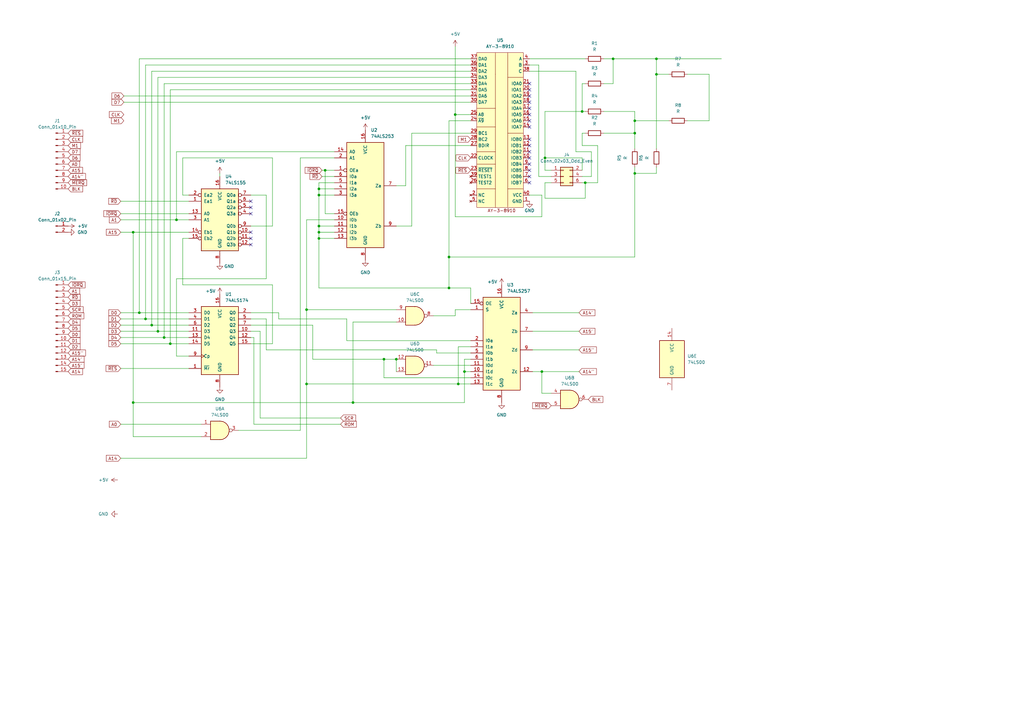
<source format=kicad_sch>
(kicad_sch (version 20230121) (generator eeschema)
  (paper "A3")
  (lib_symbols
    (symbol "Connector:Conn_01x02_Pin" (pin_names (offset 1.016) hide)
      (property "Reference" "J" (at 0 2.54 0))
      (property "Value" "Conn_01x02_Pin" (at 0 -5.08 0))
      (symbol "Conn_01x02_Pin_1_1"
        (polyline (pts (xy 1.27 -2.54) (xy 0.8636 -2.54)) (stroke (width 0.1524)))
        (polyline (pts (xy 1.27 0) (xy 0.8636 0)) (stroke (width 0.1524)))
        (rectangle (start 0.8636 -2.413) (end 0 -2.667) (stroke (width 0.1524)) (fill (type outline)))
        (rectangle (start 0.8636 0.127) (end 0 -0.127) (stroke (width 0.1524)) (fill (type outline)))
        (pin passive line (at 5.08 0 180) (length 3.81) (name "Pin_1") (number "1"))
        (pin passive line (at 5.08 -2.54 180) (length 3.81) (name "Pin_2") (number "2"))
      )
    )
    (symbol "Connector:Conn_01x10_Pin" (pin_names (offset 1.016) hide)
      (property "Reference" "J" (at 0 12.7 0))
      (property "Value" "Conn_01x10_Pin" (at 0 -15.24 0))
      (symbol "Conn_01x10_Pin_1_1"
        (polyline (pts (xy 1.27 -12.7) (xy 0.8636 -12.7)) (stroke (width 0.1524)))
        (polyline (pts (xy 1.27 -10.16) (xy 0.8636 -10.16)) (stroke (width 0.1524)))
        (polyline (pts (xy 1.27 -7.62) (xy 0.8636 -7.62)) (stroke (width 0.1524)))
        (polyline (pts (xy 1.27 -5.08) (xy 0.8636 -5.08)) (stroke (width 0.1524)))
        (polyline (pts (xy 1.27 -2.54) (xy 0.8636 -2.54)) (stroke (width 0.1524)))
        (polyline (pts (xy 1.27 0) (xy 0.8636 0)) (stroke (width 0.1524)))
        (polyline (pts (xy 1.27 2.54) (xy 0.8636 2.54)) (stroke (width 0.1524)))
        (polyline (pts (xy 1.27 5.08) (xy 0.8636 5.08)) (stroke (width 0.1524)))
        (polyline (pts (xy 1.27 7.62) (xy 0.8636 7.62)) (stroke (width 0.1524)))
        (polyline (pts (xy 1.27 10.16) (xy 0.8636 10.16)) (stroke (width 0.1524)))
        (rectangle (start 0.8636 -12.573) (end 0 -12.827) (stroke (width 0.1524)) (fill (type outline)))
        (rectangle (start 0.8636 -10.033) (end 0 -10.287) (stroke (width 0.1524)) (fill (type outline)))
        (rectangle (start 0.8636 -7.493) (end 0 -7.747) (stroke (width 0.1524)) (fill (type outline)))
        (rectangle (start 0.8636 -4.953) (end 0 -5.207) (stroke (width 0.1524)) (fill (type outline)))
        (rectangle (start 0.8636 -2.413) (end 0 -2.667) (stroke (width 0.1524)) (fill (type outline)))
        (rectangle (start 0.8636 0.127) (end 0 -0.127) (stroke (width 0.1524)) (fill (type outline)))
        (rectangle (start 0.8636 2.667) (end 0 2.413) (stroke (width 0.1524)) (fill (type outline)))
        (rectangle (start 0.8636 5.207) (end 0 4.953) (stroke (width 0.1524)) (fill (type outline)))
        (rectangle (start 0.8636 7.747) (end 0 7.493) (stroke (width 0.1524)) (fill (type outline)))
        (rectangle (start 0.8636 10.287) (end 0 10.033) (stroke (width 0.1524)) (fill (type outline)))
        (pin passive line (at 5.08 10.16 180) (length 3.81) (name "Pin_1") (number "1"))
        (pin passive line (at 5.08 -12.7 180) (length 3.81) (name "Pin_10") (number "10"))
        (pin passive line (at 5.08 7.62 180) (length 3.81) (name "Pin_2") (number "2"))
        (pin passive line (at 5.08 5.08 180) (length 3.81) (name "Pin_3") (number "3"))
        (pin passive line (at 5.08 2.54 180) (length 3.81) (name "Pin_4") (number "4"))
        (pin passive line (at 5.08 0 180) (length 3.81) (name "Pin_5") (number "5"))
        (pin passive line (at 5.08 -2.54 180) (length 3.81) (name "Pin_6") (number "6"))
        (pin passive line (at 5.08 -5.08 180) (length 3.81) (name "Pin_7") (number "7"))
        (pin passive line (at 5.08 -7.62 180) (length 3.81) (name "Pin_8") (number "8"))
        (pin passive line (at 5.08 -10.16 180) (length 3.81) (name "Pin_9") (number "9"))
      )
    )
    (symbol "Connector:Conn_01x15_Pin" (pin_names (offset 1.016) hide)
      (property "Reference" "J" (at 0 20.32 0))
      (property "Value" "Conn_01x15_Pin" (at 0 -20.32 0))
      (symbol "Conn_01x15_Pin_1_1"
        (polyline (pts (xy 1.27 -17.78) (xy 0.8636 -17.78)) (stroke (width 0.1524)))
        (polyline (pts (xy 1.27 -15.24) (xy 0.8636 -15.24)) (stroke (width 0.1524)))
        (polyline (pts (xy 1.27 -12.7) (xy 0.8636 -12.7)) (stroke (width 0.1524)))
        (polyline (pts (xy 1.27 -10.16) (xy 0.8636 -10.16)) (stroke (width 0.1524)))
        (polyline (pts (xy 1.27 -7.62) (xy 0.8636 -7.62)) (stroke (width 0.1524)))
        (polyline (pts (xy 1.27 -5.08) (xy 0.8636 -5.08)) (stroke (width 0.1524)))
        (polyline (pts (xy 1.27 -2.54) (xy 0.8636 -2.54)) (stroke (width 0.1524)))
        (polyline (pts (xy 1.27 0) (xy 0.8636 0)) (stroke (width 0.1524)))
        (polyline (pts (xy 1.27 2.54) (xy 0.8636 2.54)) (stroke (width 0.1524)))
        (polyline (pts (xy 1.27 5.08) (xy 0.8636 5.08)) (stroke (width 0.1524)))
        (polyline (pts (xy 1.27 7.62) (xy 0.8636 7.62)) (stroke (width 0.1524)))
        (polyline (pts (xy 1.27 10.16) (xy 0.8636 10.16)) (stroke (width 0.1524)))
        (polyline (pts (xy 1.27 12.7) (xy 0.8636 12.7)) (stroke (width 0.1524)))
        (polyline (pts (xy 1.27 15.24) (xy 0.8636 15.24)) (stroke (width 0.1524)))
        (polyline (pts (xy 1.27 17.78) (xy 0.8636 17.78)) (stroke (width 0.1524)))
        (rectangle (start 0.8636 -17.653) (end 0 -17.907) (stroke (width 0.1524)) (fill (type outline)))
        (rectangle (start 0.8636 -15.113) (end 0 -15.367) (stroke (width 0.1524)) (fill (type outline)))
        (rectangle (start 0.8636 -12.573) (end 0 -12.827) (stroke (width 0.1524)) (fill (type outline)))
        (rectangle (start 0.8636 -10.033) (end 0 -10.287) (stroke (width 0.1524)) (fill (type outline)))
        (rectangle (start 0.8636 -7.493) (end 0 -7.747) (stroke (width 0.1524)) (fill (type outline)))
        (rectangle (start 0.8636 -4.953) (end 0 -5.207) (stroke (width 0.1524)) (fill (type outline)))
        (rectangle (start 0.8636 -2.413) (end 0 -2.667) (stroke (width 0.1524)) (fill (type outline)))
        (rectangle (start 0.8636 0.127) (end 0 -0.127) (stroke (width 0.1524)) (fill (type outline)))
        (rectangle (start 0.8636 2.667) (end 0 2.413) (stroke (width 0.1524)) (fill (type outline)))
        (rectangle (start 0.8636 5.207) (end 0 4.953) (stroke (width 0.1524)) (fill (type outline)))
        (rectangle (start 0.8636 7.747) (end 0 7.493) (stroke (width 0.1524)) (fill (type outline)))
        (rectangle (start 0.8636 10.287) (end 0 10.033) (stroke (width 0.1524)) (fill (type outline)))
        (rectangle (start 0.8636 12.827) (end 0 12.573) (stroke (width 0.1524)) (fill (type outline)))
        (rectangle (start 0.8636 15.367) (end 0 15.113) (stroke (width 0.1524)) (fill (type outline)))
        (rectangle (start 0.8636 17.907) (end 0 17.653) (stroke (width 0.1524)) (fill (type outline)))
        (pin passive line (at 5.08 17.78 180) (length 3.81) (name "Pin_1") (number "1"))
        (pin passive line (at 5.08 -5.08 180) (length 3.81) (name "Pin_10") (number "10"))
        (pin passive line (at 5.08 -7.62 180) (length 3.81) (name "Pin_11") (number "11"))
        (pin passive line (at 5.08 -10.16 180) (length 3.81) (name "Pin_12") (number "12"))
        (pin passive line (at 5.08 -12.7 180) (length 3.81) (name "Pin_13") (number "13"))
        (pin passive line (at 5.08 -15.24 180) (length 3.81) (name "Pin_14") (number "14"))
        (pin passive line (at 5.08 -17.78 180) (length 3.81) (name "Pin_15") (number "15"))
        (pin passive line (at 5.08 15.24 180) (length 3.81) (name "Pin_2") (number "2"))
        (pin passive line (at 5.08 12.7 180) (length 3.81) (name "Pin_3") (number "3"))
        (pin passive line (at 5.08 10.16 180) (length 3.81) (name "Pin_4") (number "4"))
        (pin passive line (at 5.08 7.62 180) (length 3.81) (name "Pin_5") (number "5"))
        (pin passive line (at 5.08 5.08 180) (length 3.81) (name "Pin_6") (number "6"))
        (pin passive line (at 5.08 2.54 180) (length 3.81) (name "Pin_7") (number "7"))
        (pin passive line (at 5.08 0 180) (length 3.81) (name "Pin_8") (number "8"))
        (pin passive line (at 5.08 -2.54 180) (length 3.81) (name "Pin_9") (number "9"))
      )
    )
    (symbol "Connector_Generic:Conn_02x03_Odd_Even" (pin_names (offset 1.016) hide)
      (property "Reference" "J" (at 1.27 5.08 0))
      (property "Value" "Conn_02x03_Odd_Even" (at 1.27 -5.08 0))
      (symbol "Conn_02x03_Odd_Even_1_1"
        (rectangle (start -1.27 -2.413) (end 0 -2.667) (stroke (width 0.1524)))
        (rectangle (start -1.27 0.127) (end 0 -0.127) (stroke (width 0.1524)))
        (rectangle (start -1.27 2.667) (end 0 2.413) (stroke (width 0.1524)))
        (rectangle (start -1.27 3.81) (end 3.81 -3.81) (stroke (width 0.254)) (fill (type background)))
        (rectangle (start 3.81 -2.413) (end 2.54 -2.667) (stroke (width 0.1524)))
        (rectangle (start 3.81 0.127) (end 2.54 -0.127) (stroke (width 0.1524)))
        (rectangle (start 3.81 2.667) (end 2.54 2.413) (stroke (width 0.1524)))
        (pin passive line (at -5.08 2.54 0) (length 3.81) (name "Pin_1") (number "1"))
        (pin passive line (at 7.62 2.54 180) (length 3.81) (name "Pin_2") (number "2"))
        (pin passive line (at -5.08 0 0) (length 3.81) (name "Pin_3") (number "3"))
        (pin passive line (at 7.62 0 180) (length 3.81) (name "Pin_4") (number "4"))
        (pin passive line (at -5.08 -2.54 0) (length 3.81) (name "Pin_5") (number "5"))
        (pin passive line (at 7.62 -2.54 180) (length 3.81) (name "Pin_6") (number "6"))
      )
    )
    (symbol "Device:R" (pin_numbers hide) (pin_names (offset 0))
      (property "Reference" "R" (at 2.032 0 90))
      (property "Value" "R" (at 0 0 90))
      (symbol "R_0_1"
        (rectangle (start -1.016 -2.54) (end 1.016 2.54) (stroke (width 0.254)))
      )
      (symbol "R_1_1"
        (pin passive line (at 0 3.81 270) (length 1.27) (name "~") (number "1"))
        (pin passive line (at 0 -3.81 90) (length 1.27) (name "~") (number "2"))
      )
    )
    (symbol "memboard_test:74ALS174" (pin_names (offset 1.016))
      (property "Reference" "U" (at -7.62 13.97 0))
      (property "Value" "74ALS174" (at -7.62 -16.51 0))
      (symbol "74ALS174_1_0"
        (pin input line (at -12.7 -12.7 0) (length 5.08) (name "~{Mr}") (number "1"))
        (pin output line (at 12.7 2.54 180) (length 5.08) (name "Q3") (number "10"))
        (pin input line (at -12.7 2.54 0) (length 5.08) (name "D3") (number "11"))
        (pin output line (at 12.7 0 180) (length 5.08) (name "Q4") (number "12"))
        (pin input line (at -12.7 0 0) (length 5.08) (name "D4") (number "13"))
        (pin input line (at -12.7 -2.54 0) (length 5.08) (name "D5") (number "14"))
        (pin output line (at 12.7 -2.54 180) (length 5.08) (name "Q5") (number "15"))
        (pin power_in line (at 0 17.78 270) (length 5.08) (name "VCC") (number "16"))
        (pin output line (at 12.7 10.16 180) (length 5.08) (name "Q0") (number "2"))
        (pin input line (at -12.7 10.16 0) (length 5.08) (name "D0") (number "3"))
        (pin input line (at -12.7 7.62 0) (length 5.08) (name "D1") (number "4"))
        (pin output line (at 12.7 7.62 180) (length 5.08) (name "Q1") (number "5"))
        (pin input line (at -12.7 5.08 0) (length 5.08) (name "D2") (number "6"))
        (pin output line (at 12.7 5.08 180) (length 5.08) (name "Q2") (number "7"))
        (pin power_in line (at 0 -20.32 90) (length 5.08) (name "GND") (number "8"))
        (pin input clock (at -12.7 -7.62 0) (length 5.08) (name "Cp") (number "9"))
      )
      (symbol "74ALS174_1_1"
        (rectangle (start -7.62 12.7) (end 7.62 -15.24) (stroke (width 0.254)) (fill (type background)))
      )
    )
    (symbol "memboard_test:74ALS253" (pin_names (offset 1.016))
      (property "Reference" "U" (at -7.62 21.59 0))
      (property "Value" "74ALS253" (at -7.62 -24.13 0))
      (symbol "74ALS253_1_0"
        (pin input inverted (at -12.7 8.89 0) (length 5.08) (name "OEa") (number "1"))
        (pin input line (at -12.7 -11.43 0) (length 5.08) (name "I0b") (number "10"))
        (pin input line (at -12.7 -13.97 0) (length 5.08) (name "I1b") (number "11"))
        (pin input line (at -12.7 -16.51 0) (length 5.08) (name "I2b") (number "12"))
        (pin input line (at -12.7 -19.05 0) (length 5.08) (name "I3b") (number "13"))
        (pin input line (at -12.7 16.51 0) (length 5.08) (name "A0") (number "14"))
        (pin input inverted (at -12.7 -8.89 0) (length 5.08) (name "OEb") (number "15"))
        (pin power_in line (at 0 25.4 270) (length 5.08) (name "VCC") (number "16"))
        (pin input line (at -12.7 13.97 0) (length 5.08) (name "A1") (number "2"))
        (pin input line (at -12.7 -1.27 0) (length 5.08) (name "I3a") (number "3"))
        (pin input line (at -12.7 1.27 0) (length 5.08) (name "I2a") (number "4"))
        (pin input line (at -12.7 3.81 0) (length 5.08) (name "I1a") (number "5"))
        (pin input line (at -12.7 6.35 0) (length 5.08) (name "I0a") (number "6"))
        (pin tri_state line (at 12.7 2.54 180) (length 5.08) (name "Za") (number "7"))
        (pin power_in line (at 0 -27.94 90) (length 5.08) (name "GND") (number "8"))
        (pin tri_state line (at 12.7 -13.97 180) (length 5.08) (name "Zb") (number "9"))
      )
      (symbol "74ALS253_1_1"
        (rectangle (start -7.62 20.32) (end 7.62 -22.86) (stroke (width 0.254)) (fill (type background)))
      )
    )
    (symbol "memboard_test:74ALS257" (pin_names (offset 1.016))
      (property "Reference" "U" (at -7.62 19.05 0))
      (property "Value" "74ALS257" (at -7.62 -21.59 0))
      (symbol "74ALS257_1_0"
        (pin input line (at -12.7 12.7 0) (length 5.08) (name "S") (number "1"))
        (pin input line (at -12.7 -12.7 0) (length 5.08) (name "I1d") (number "10"))
        (pin input line (at -12.7 -10.16 0) (length 5.08) (name "I0d") (number "11"))
        (pin tri_state line (at 12.7 -12.7 180) (length 5.08) (name "Zc") (number "12"))
        (pin input line (at -12.7 -17.78 0) (length 5.08) (name "I1c") (number "13"))
        (pin input line (at -12.7 -15.24 0) (length 5.08) (name "I0c") (number "14"))
        (pin input inverted (at -12.7 15.24 0) (length 5.08) (name "OE") (number "15"))
        (pin power_in line (at 0 22.86 270) (length 5.08) (name "VCC") (number "16"))
        (pin input line (at -12.7 0 0) (length 5.08) (name "I0a") (number "2"))
        (pin input line (at -12.7 -2.54 0) (length 5.08) (name "I1a") (number "3"))
        (pin tri_state line (at 12.7 11.43 180) (length 5.08) (name "Za") (number "4"))
        (pin input line (at -12.7 -5.08 0) (length 5.08) (name "I0b") (number "5"))
        (pin input line (at -12.7 -7.62 0) (length 5.08) (name "I1b") (number "6"))
        (pin tri_state line (at 12.7 3.81 180) (length 5.08) (name "Zb") (number "7"))
        (pin power_in line (at 0 -25.4 90) (length 5.08) (name "GND") (number "8"))
        (pin tri_state line (at 12.7 -3.81 180) (length 5.08) (name "Zd") (number "9"))
      )
      (symbol "74ALS257_1_1"
        (rectangle (start -7.62 17.78) (end 7.62 -20.32) (stroke (width 0.254)) (fill (type background)))
      )
    )
    (symbol "memboard_test:74LS00" (pin_names (offset 1.016))
      (property "Reference" "U" (at 0 1.27 0))
      (property "Value" "74LS00" (at 0 -1.27 0))
      (symbol "74LS00_1_1"
        (arc (start 0 -3.81) (mid 3.7934 0) (end 0 3.81) (stroke (width 0.254)) (fill (type background)))
        (polyline (pts (xy 0 3.81) (xy -3.81 3.81) (xy -3.81 -3.81) (xy 0 -3.81)) (stroke (width 0.254)) (fill (type background)))
        (pin input line (at -7.62 2.54 0) (length 3.81) (name "~") (number "1"))
        (pin input line (at -7.62 -2.54 0) (length 3.81) (name "~") (number "2"))
        (pin output inverted (at 7.62 0 180) (length 3.81) (name "~") (number "3"))
      )
      (symbol "74LS00_1_2"
        (arc (start -3.81 -3.81) (mid -2.589 0) (end -3.81 3.81) (stroke (width 0.254)))
        (arc (start -0.6096 -3.81) (mid 2.1842 -2.5851) (end 3.81 0) (stroke (width 0.254)) (fill (type background)))
        (polyline (pts (xy -3.81 -3.81) (xy -0.635 -3.81)) (stroke (width 0.254)) (fill (type background)))
        (polyline (pts (xy -3.81 3.81) (xy -0.635 3.81)) (stroke (width 0.254)) (fill (type background)))
        (polyline (pts (xy -0.635 3.81) (xy -3.81 3.81) (xy -3.81 3.81) (xy -3.556 3.4036) (xy -3.0226 2.2606) (xy -2.6924 1.0414) (xy -2.6162 -0.254) (xy -2.7686 -1.4986) (xy -3.175 -2.7178) (xy -3.81 -3.81) (xy -3.81 -3.81) (xy -0.635 -3.81)) (stroke (width -25.4)) (fill (type background)))
        (arc (start 3.81 0) (mid 2.1915 2.5936) (end -0.6096 3.81) (stroke (width 0.254)) (fill (type background)))
        (pin input inverted (at -7.62 2.54 0) (length 4.318) (name "~") (number "1"))
        (pin input inverted (at -7.62 -2.54 0) (length 4.318) (name "~") (number "2"))
        (pin output line (at 7.62 0 180) (length 3.81) (name "~") (number "3"))
      )
      (symbol "74LS00_2_1"
        (arc (start 0 -3.81) (mid 3.7934 0) (end 0 3.81) (stroke (width 0.254)) (fill (type background)))
        (polyline (pts (xy 0 3.81) (xy -3.81 3.81) (xy -3.81 -3.81) (xy 0 -3.81)) (stroke (width 0.254)) (fill (type background)))
        (pin input line (at -7.62 2.54 0) (length 3.81) (name "~") (number "4"))
        (pin input line (at -7.62 -2.54 0) (length 3.81) (name "~") (number "5"))
        (pin output inverted (at 7.62 0 180) (length 3.81) (name "~") (number "6"))
      )
      (symbol "74LS00_2_2"
        (arc (start -3.81 -3.81) (mid -2.589 0) (end -3.81 3.81) (stroke (width 0.254)))
        (arc (start -0.6096 -3.81) (mid 2.1842 -2.5851) (end 3.81 0) (stroke (width 0.254)) (fill (type background)))
        (polyline (pts (xy -3.81 -3.81) (xy -0.635 -3.81)) (stroke (width 0.254)) (fill (type background)))
        (polyline (pts (xy -3.81 3.81) (xy -0.635 3.81)) (stroke (width 0.254)) (fill (type background)))
        (polyline (pts (xy -0.635 3.81) (xy -3.81 3.81) (xy -3.81 3.81) (xy -3.556 3.4036) (xy -3.0226 2.2606) (xy -2.6924 1.0414) (xy -2.6162 -0.254) (xy -2.7686 -1.4986) (xy -3.175 -2.7178) (xy -3.81 -3.81) (xy -3.81 -3.81) (xy -0.635 -3.81)) (stroke (width -25.4)) (fill (type background)))
        (arc (start 3.81 0) (mid 2.1915 2.5936) (end -0.6096 3.81) (stroke (width 0.254)) (fill (type background)))
        (pin input inverted (at -7.62 2.54 0) (length 4.318) (name "~") (number "4"))
        (pin input inverted (at -7.62 -2.54 0) (length 4.318) (name "~") (number "5"))
        (pin output line (at 7.62 0 180) (length 3.81) (name "~") (number "6"))
      )
      (symbol "74LS00_3_1"
        (arc (start 0 -3.81) (mid 3.7934 0) (end 0 3.81) (stroke (width 0.254)) (fill (type background)))
        (polyline (pts (xy 0 3.81) (xy -3.81 3.81) (xy -3.81 -3.81) (xy 0 -3.81)) (stroke (width 0.254)) (fill (type background)))
        (pin input line (at -7.62 -2.54 0) (length 3.81) (name "~") (number "10"))
        (pin output inverted (at 7.62 0 180) (length 3.81) (name "~") (number "8"))
        (pin input line (at -7.62 2.54 0) (length 3.81) (name "~") (number "9"))
      )
      (symbol "74LS00_3_2"
        (arc (start -3.81 -3.81) (mid -2.589 0) (end -3.81 3.81) (stroke (width 0.254)))
        (arc (start -0.6096 -3.81) (mid 2.1842 -2.5851) (end 3.81 0) (stroke (width 0.254)) (fill (type background)))
        (polyline (pts (xy -3.81 -3.81) (xy -0.635 -3.81)) (stroke (width 0.254)) (fill (type background)))
        (polyline (pts (xy -3.81 3.81) (xy -0.635 3.81)) (stroke (width 0.254)) (fill (type background)))
        (polyline (pts (xy -0.635 3.81) (xy -3.81 3.81) (xy -3.81 3.81) (xy -3.556 3.4036) (xy -3.0226 2.2606) (xy -2.6924 1.0414) (xy -2.6162 -0.254) (xy -2.7686 -1.4986) (xy -3.175 -2.7178) (xy -3.81 -3.81) (xy -3.81 -3.81) (xy -0.635 -3.81)) (stroke (width -25.4)) (fill (type background)))
        (arc (start 3.81 0) (mid 2.1915 2.5936) (end -0.6096 3.81) (stroke (width 0.254)) (fill (type background)))
        (pin input inverted (at -7.62 -2.54 0) (length 4.318) (name "~") (number "10"))
        (pin output line (at 7.62 0 180) (length 3.81) (name "~") (number "8"))
        (pin input inverted (at -7.62 2.54 0) (length 4.318) (name "~") (number "9"))
      )
      (symbol "74LS00_4_1"
        (arc (start 0 -3.81) (mid 3.7934 0) (end 0 3.81) (stroke (width 0.254)) (fill (type background)))
        (polyline (pts (xy 0 3.81) (xy -3.81 3.81) (xy -3.81 -3.81) (xy 0 -3.81)) (stroke (width 0.254)) (fill (type background)))
        (pin output inverted (at 7.62 0 180) (length 3.81) (name "~") (number "11"))
        (pin input line (at -7.62 2.54 0) (length 3.81) (name "~") (number "12"))
        (pin input line (at -7.62 -2.54 0) (length 3.81) (name "~") (number "13"))
      )
      (symbol "74LS00_4_2"
        (arc (start -3.81 -3.81) (mid -2.589 0) (end -3.81 3.81) (stroke (width 0.254)))
        (arc (start -0.6096 -3.81) (mid 2.1842 -2.5851) (end 3.81 0) (stroke (width 0.254)) (fill (type background)))
        (polyline (pts (xy -3.81 -3.81) (xy -0.635 -3.81)) (stroke (width 0.254)) (fill (type background)))
        (polyline (pts (xy -3.81 3.81) (xy -0.635 3.81)) (stroke (width 0.254)) (fill (type background)))
        (polyline (pts (xy -0.635 3.81) (xy -3.81 3.81) (xy -3.81 3.81) (xy -3.556 3.4036) (xy -3.0226 2.2606) (xy -2.6924 1.0414) (xy -2.6162 -0.254) (xy -2.7686 -1.4986) (xy -3.175 -2.7178) (xy -3.81 -3.81) (xy -3.81 -3.81) (xy -0.635 -3.81)) (stroke (width -25.4)) (fill (type background)))
        (arc (start 3.81 0) (mid 2.1915 2.5936) (end -0.6096 3.81) (stroke (width 0.254)) (fill (type background)))
        (pin output line (at 7.62 0 180) (length 3.81) (name "~") (number "11"))
        (pin input inverted (at -7.62 2.54 0) (length 4.318) (name "~") (number "12"))
        (pin input inverted (at -7.62 -2.54 0) (length 4.318) (name "~") (number "13"))
      )
      (symbol "74LS00_5_0"
        (pin power_in line (at 0 12.7 270) (length 5.08) (name "VCC") (number "14"))
        (pin power_in line (at 0 -12.7 90) (length 5.08) (name "GND") (number "7"))
      )
      (symbol "74LS00_5_1"
        (rectangle (start -5.08 7.62) (end 5.08 -7.62) (stroke (width 0.254)) (fill (type background)))
      )
    )
    (symbol "memboard_test:74LS155" (pin_names (offset 1.016))
      (property "Reference" "U" (at -7.62 13.97 0))
      (property "Value" "74LS155" (at -7.62 -13.97 0))
      (symbol "74LS155_1_0"
        (pin input line (at -12.7 7.62 0) (length 5.08) (name "Ea1") (number "1"))
        (pin output inverted (at 12.7 -5.08 180) (length 5.08) (name "Q1b") (number "10"))
        (pin output inverted (at 12.7 -7.62 180) (length 5.08) (name "Q2b") (number "11"))
        (pin output inverted (at 12.7 -10.16 180) (length 5.08) (name "Q3b") (number "12"))
        (pin input line (at -12.7 2.54 0) (length 5.08) (name "A0") (number "13"))
        (pin input inverted (at -12.7 -5.08 0) (length 5.08) (name "Eb1") (number "14"))
        (pin input inverted (at -12.7 -7.62 0) (length 5.08) (name "Eb2") (number "15"))
        (pin power_in line (at 0 17.78 270) (length 5.08) (name "VCC") (number "16"))
        (pin input inverted (at -12.7 10.16 0) (length 5.08) (name "Ea2") (number "2"))
        (pin input line (at -12.7 0 0) (length 5.08) (name "A1") (number "3"))
        (pin output inverted (at 12.7 2.54 180) (length 5.08) (name "Q3a") (number "4"))
        (pin output inverted (at 12.7 5.08 180) (length 5.08) (name "Q2a") (number "5"))
        (pin output inverted (at 12.7 7.62 180) (length 5.08) (name "Q1a") (number "6"))
        (pin output inverted (at 12.7 10.16 180) (length 5.08) (name "Q0a") (number "7"))
        (pin power_in line (at 0 -17.78 90) (length 5.08) (name "GND") (number "8"))
        (pin output inverted (at 12.7 -2.54 180) (length 5.08) (name "Q0b") (number "9"))
      )
      (symbol "74LS155_1_1"
        (rectangle (start -7.62 12.7) (end 7.62 -12.7) (stroke (width 0.254)) (fill (type background)))
      )
    )
    (symbol "memboard_test:AY-3-8910"
      (property "Reference" "U18" (at -0.635 29.21 0))
      (property "Value" "AY-3-8910" (at -0.635 26.67 0))
      (symbol "AY-3-8910_0_0"
        (pin power_in line (at 11.43 -35.56 180) (length 2.54) (name "GND") (number "1"))
        (pin bidirectional line (at 11.43 -17.78 180) (length 2.54) (name "IOB3") (number "10"))
        (pin bidirectional line (at 11.43 -15.24 180) (length 2.54) (name "IOB2") (number "11"))
        (pin bidirectional line (at 11.43 -12.7 180) (length 2.54) (name "IOB1") (number "12"))
        (pin bidirectional line (at 11.43 -10.16 180) (length 2.54) (name "IOB0") (number "13"))
        (pin bidirectional line (at 11.43 -5.08 180) (length 2.54) (name "IOA7") (number "14"))
        (pin bidirectional line (at 11.43 -2.54 180) (length 2.54) (name "IOA6") (number "15"))
        (pin bidirectional line (at 11.43 0 180) (length 2.54) (name "IOA5") (number "16"))
        (pin bidirectional line (at 11.43 2.54 180) (length 2.54) (name "IOA4") (number "17"))
        (pin bidirectional line (at 11.43 5.08 180) (length 2.54) (name "IOA3") (number "18"))
        (pin bidirectional line (at 11.43 7.62 180) (length 2.54) (name "IOA2") (number "19"))
        (pin no_connect line (at -12.7 -33.02 0) (length 2.54) (name "NC") (number "2"))
        (pin bidirectional line (at 11.43 10.16 180) (length 2.54) (name "IOA1") (number "20"))
        (pin bidirectional line (at 11.43 12.7 180) (length 2.54) (name "IOA0") (number "21"))
        (pin input line (at -12.7 -17.78 0) (length 2.54) (name "CLOCK") (number "22"))
        (pin input line (at -12.7 -22.86 0) (length 2.54) (name "~{RESET}") (number "23"))
        (pin input line (at -12.7 -2.54 0) (length 2.54) (name "~{A9}") (number "24"))
        (pin input line (at -12.7 0 0) (length 2.54) (name "A8") (number "25"))
        (pin no_connect line (at -12.7 -27.94 0) (length 2.54) (name "TEST2") (number "26"))
        (pin input line (at -12.7 -12.7 0) (length 2.54) (name "BDIR") (number "27"))
        (pin input line (at -12.7 -10.16 0) (length 2.54) (name "BC2") (number "28"))
        (pin input line (at -12.7 -7.62 0) (length 2.54) (name "BC1") (number "29"))
        (pin output line (at 11.43 20.32 180) (length 2.54) (name "B") (number "3"))
        (pin bidirectional line (at -12.7 5.08 0) (length 2.54) (name "DA7") (number "30"))
        (pin bidirectional line (at -12.7 7.62 0) (length 2.54) (name "DA6") (number "31"))
        (pin bidirectional line (at -12.7 10.16 0) (length 2.54) (name "DA5") (number "32"))
        (pin bidirectional line (at -12.7 12.7 0) (length 2.54) (name "DA4") (number "33"))
        (pin bidirectional line (at -12.7 15.24 0) (length 2.54) (name "DA3") (number "34"))
        (pin bidirectional line (at -12.7 17.78 0) (length 2.54) (name "DA2") (number "35"))
        (pin bidirectional line (at -12.7 20.32 0) (length 2.54) (name "DA1") (number "36"))
        (pin bidirectional line (at -12.7 22.86 0) (length 2.54) (name "DA0") (number "37"))
        (pin output line (at 11.43 17.78 180) (length 2.54) (name "C") (number "38"))
        (pin no_connect line (at -12.7 -25.4 0) (length 2.54) (name "TEST1") (number "39"))
        (pin output line (at 11.43 22.86 180) (length 2.54) (name "A") (number "4"))
        (pin power_in line (at 11.43 -33.02 180) (length 2.54) (name "VCC") (number "40"))
        (pin no_connect line (at -12.7 -35.56 0) (length 2.54) (name "NC") (number "5"))
        (pin bidirectional line (at 11.43 -27.94 180) (length 2.54) (name "IOB7") (number "6"))
        (pin bidirectional line (at 11.43 -25.4 180) (length 2.54) (name "IOB6") (number "7"))
        (pin bidirectional line (at 11.43 -22.86 180) (length 2.54) (name "IOB5") (number "8"))
        (pin bidirectional line (at 11.43 -20.32 180) (length 2.54) (name "IOB4") (number "9"))
      )
      (symbol "AY-3-8910_0_1"
        (polyline (pts (xy -10.16 -30.48) (xy -2.54 -30.48)))
        (polyline (pts (xy -10.16 -20.32) (xy -2.54 -20.32)))
        (polyline (pts (xy -10.16 -15.24) (xy -2.54 -15.24)))
        (polyline (pts (xy -10.16 -5.08) (xy -2.54 -5.08)))
        (polyline (pts (xy -10.16 2.54) (xy -2.54 2.54)))
        (polyline (pts (xy -2.54 16.51) (xy -2.54 -38.1)))
        (polyline (pts (xy -2.54 16.51) (xy -2.54 25.4)))
        (polyline (pts (xy 2.54 -30.48) (xy 8.89 -30.48)))
        (polyline (pts (xy 2.54 -7.62) (xy 8.89 -7.62)))
        (polyline (pts (xy 2.54 15.24) (xy 8.89 15.24)))
        (polyline (pts (xy 2.54 16.51) (xy 2.54 -38.1)))
        (polyline (pts (xy 2.54 16.51) (xy 2.54 25.4)))
      )
      (symbol "AY-3-8910_1_1"
        (rectangle (start -10.16 25.4) (end 8.89 -38.1) (fill (type background)))
        (text "AY-3-8910" (at 0 -39.37 0) (effects (font (size 1.27 1.27))))
      )
    )
    (symbol "power:+5V" (power) (pin_names (offset 0))
      (property "Value" "+5V" (at 0 3.556 0))
      (symbol "+5V_0_1"
        (polyline (pts (xy -0.762 1.27) (xy 0 2.54)))
        (polyline (pts (xy 0 0) (xy 0 2.54)))
        (polyline (pts (xy 0 2.54) (xy 0.762 1.27)))
      )
      (symbol "+5V_1_1"
        (pin power_in line (at 0 0 90) (length 0) hide (name "+5V") (number "1"))
      )
    )
    (symbol "power:GND" (power) (pin_names (offset 0))
      (property "Value" "GND" (at 0 -3.81 0))
      (symbol "GND_0_1"
        (polyline (pts (xy 0 0) (xy 0 -1.27) (xy 1.27 -1.27) (xy 0 -2.54) (xy -1.27 -1.27) (xy 0 -1.27)))
      )
      (symbol "GND_1_1"
        (pin power_in line (at 0 0 270) (length 0) hide (name "GND") (number "1"))
      )
    )
  )
  (junction (at 67.31 138.43))
  (junction (at 130.81 77.47))
  (junction (at 125.73 127))
  (junction (at 190.5 152.4))
  (junction (at 69.85 140.97))
  (junction (at 260.35 71.12))
  (junction (at 186.69 46.99))
  (junction (at 62.23 133.35))
  (junction (at 260.35 49.53))
  (junction (at 238.76 45.72))
  (junction (at 133.35 69.85))
  (junction (at 144.78 165.1))
  (junction (at 57.15 128.27))
  (junction (at 130.81 80.01))
  (junction (at 184.15 118.11))
  (junction (at 157.48 147.32))
  (junction (at 260.35 54.61))
  (junction (at 59.69 130.81))
  (junction (at 54.61 165.1))
  (junction (at 72.39 90.17))
  (junction (at 130.81 92.71))
  (junction (at 240.03 74.93))
  (junction (at 269.24 24.13))
  (junction (at 54.61 95.25))
  (junction (at 130.81 97.79))
  (junction (at 162.56 147.32))
  (junction (at 64.77 135.89))
  (junction (at 125.73 157.48))
  (junction (at 222.25 152.4))
  (junction (at 251.46 24.13))
  (junction (at 187.96 157.48))
  (junction (at 269.24 30.48))
  (junction (at 184.15 105.41))
  (junction (at 223.52 64.77))
  (junction (at 130.81 95.25))
  (no_connect (at 217.17 36.83))
  (no_connect (at 217.17 44.45))
  (no_connect (at 217.17 64.77))
  (no_connect (at 217.17 59.69))
  (no_connect (at 217.17 52.07))
  (no_connect (at 102.87 87.63))
  (no_connect (at 217.17 34.29))
  (no_connect (at 217.17 67.31))
  (no_connect (at 217.17 69.85))
  (no_connect (at 217.17 39.37))
  (no_connect (at 217.17 72.39))
  (no_connect (at 217.17 57.15))
  (no_connect (at 217.17 62.23))
  (no_connect (at 217.17 46.99))
  (no_connect (at 217.17 41.91))
  (no_connect (at 102.87 100.33))
  (no_connect (at 217.17 49.53))
  (no_connect (at 217.17 74.93))
  (no_connect (at 102.87 97.79))
  (no_connect (at 102.87 95.25))
  (no_connect (at 102.87 85.09))
  (no_connect (at 102.87 82.55))
  (wire (pts (xy 59.69 130.81) (xy 77.47 130.81)))
  (wire (pts (xy 217.17 24.13) (xy 240.03 24.13)))
  (wire (pts (xy 269.24 24.13) (xy 295.91 24.13)))
  (wire (pts (xy 90.17 71.12) (xy 90.17 72.39)))
  (wire (pts (xy 193.04 39.37) (xy 50.8 39.37)))
  (wire (pts (xy 187.96 142.24) (xy 187.96 157.48)))
  (wire (pts (xy 130.81 74.93) (xy 130.81 77.47)))
  (wire (pts (xy 102.87 128.27) (xy 114.3 128.27)))
  (wire (pts (xy 133.35 69.85) (xy 137.16 69.85)))
  (wire (pts (xy 220.98 26.67) (xy 220.98 72.39)))
  (wire (pts (xy 240.03 54.61) (xy 238.76 54.61)))
  (wire (pts (xy 162.56 147.32) (xy 162.56 152.4)))
  (wire (pts (xy 130.81 77.47) (xy 130.81 80.01)))
  (wire (pts (xy 104.14 173.99) (xy 139.7 173.99)))
  (wire (pts (xy 238.76 59.69) (xy 245.11 59.69)))
  (wire (pts (xy 102.87 133.35) (xy 128.27 133.35)))
  (wire (pts (xy 132.08 72.39) (xy 137.16 72.39)))
  (wire (pts (xy 109.22 143.51) (xy 109.22 130.81)))
  (wire (pts (xy 123.19 176.53) (xy 123.19 64.77)))
  (wire (pts (xy 217.17 29.21) (xy 236.22 29.21)))
  (wire (pts (xy 193.04 31.75) (xy 64.77 31.75)))
  (wire (pts (xy 130.81 97.79) (xy 137.16 97.79)))
  (wire (pts (xy 125.73 157.48) (xy 125.73 127)))
  (wire (pts (xy 72.39 62.23) (xy 137.16 62.23)))
  (wire (pts (xy 54.61 95.25) (xy 77.47 95.25)))
  (wire (pts (xy 240.03 74.93) (xy 238.76 74.93)))
  (wire (pts (xy 102.87 138.43) (xy 104.14 138.43)))
  (wire (pts (xy 177.8 129.54) (xy 186.69 129.54)))
  (wire (pts (xy 290.83 30.48) (xy 281.94 30.48)))
  (wire (pts (xy 251.46 24.13) (xy 251.46 34.29)))
  (wire (pts (xy 130.81 92.71) (xy 137.16 92.71)))
  (wire (pts (xy 166.37 76.2) (xy 166.37 59.69)))
  (wire (pts (xy 157.48 147.32) (xy 157.48 154.94)))
  (wire (pts (xy 59.69 26.67) (xy 59.69 130.81)))
  (wire (pts (xy 187.96 157.48) (xy 193.04 157.48)))
  (wire (pts (xy 193.04 29.21) (xy 62.23 29.21)))
  (wire (pts (xy 245.11 59.69) (xy 245.11 74.93)))
  (wire (pts (xy 186.69 88.9) (xy 186.69 46.99)))
  (wire (pts (xy 162.56 92.71) (xy 168.91 92.71)))
  (wire (pts (xy 179.07 144.78) (xy 179.07 143.51)))
  (wire (pts (xy 125.73 127) (xy 162.56 127)))
  (wire (pts (xy 130.81 97.79) (xy 130.81 118.11)))
  (wire (pts (xy 193.04 147.32) (xy 190.5 147.32)))
  (wire (pts (xy 74.93 80.01) (xy 74.93 64.77)))
  (wire (pts (xy 184.15 118.11) (xy 193.04 118.11)))
  (wire (pts (xy 77.47 146.05) (xy 72.39 146.05)))
  (wire (pts (xy 114.3 130.81) (xy 142.24 130.81)))
  (wire (pts (xy 49.53 151.13) (xy 77.47 151.13)))
  (wire (pts (xy 125.73 187.96) (xy 125.73 157.48)))
  (wire (pts (xy 226.06 69.85) (xy 223.52 69.85)))
  (wire (pts (xy 62.23 29.21) (xy 62.23 133.35)))
  (wire (pts (xy 193.04 144.78) (xy 179.07 144.78)))
  (wire (pts (xy 132.08 69.85) (xy 133.35 69.85)))
  (wire (pts (xy 269.24 30.48) (xy 269.24 24.13)))
  (wire (pts (xy 77.47 80.01) (xy 74.93 80.01)))
  (wire (pts (xy 111.76 116.84) (xy 111.76 140.97)))
  (wire (pts (xy 168.91 54.61) (xy 193.04 54.61)))
  (wire (pts (xy 242.57 62.23) (xy 242.57 72.39)))
  (wire (pts (xy 190.5 152.4) (xy 190.5 165.1)))
  (wire (pts (xy 49.53 128.27) (xy 57.15 128.27)))
  (wire (pts (xy 130.81 92.71) (xy 130.81 95.25)))
  (wire (pts (xy 240.03 34.29) (xy 238.76 34.29)))
  (wire (pts (xy 223.52 64.77) (xy 223.52 45.72)))
  (wire (pts (xy 222.25 152.4) (xy 218.44 152.4)))
  (wire (pts (xy 62.23 133.35) (xy 77.47 133.35)))
  (wire (pts (xy 220.98 72.39) (xy 226.06 72.39)))
  (wire (pts (xy 223.52 69.85) (xy 223.52 64.77)))
  (wire (pts (xy 193.04 124.46) (xy 193.04 118.11)))
  (wire (pts (xy 247.65 24.13) (xy 251.46 24.13)))
  (wire (pts (xy 54.61 165.1) (xy 54.61 95.25)))
  (wire (pts (xy 111.76 64.77) (xy 111.76 92.71)))
  (wire (pts (xy 77.47 97.79) (xy 74.93 97.79)))
  (wire (pts (xy 193.04 36.83) (xy 69.85 36.83)))
  (wire (pts (xy 67.31 34.29) (xy 67.31 138.43)))
  (wire (pts (xy 237.49 128.27) (xy 218.44 128.27)))
  (wire (pts (xy 236.22 29.21) (xy 236.22 62.23)))
  (wire (pts (xy 142.24 139.7) (xy 193.04 139.7)))
  (wire (pts (xy 109.22 80.01) (xy 102.87 80.01)))
  (wire (pts (xy 111.76 92.71) (xy 102.87 92.71)))
  (wire (pts (xy 69.85 36.83) (xy 69.85 140.97)))
  (wire (pts (xy 260.35 71.12) (xy 260.35 68.58)))
  (wire (pts (xy 128.27 133.35) (xy 128.27 147.32)))
  (wire (pts (xy 242.57 72.39) (xy 238.76 72.39)))
  (wire (pts (xy 193.04 34.29) (xy 67.31 34.29)))
  (wire (pts (xy 260.35 49.53) (xy 260.35 54.61)))
  (wire (pts (xy 69.85 140.97) (xy 77.47 140.97)))
  (wire (pts (xy 222.25 80.01) (xy 222.25 88.9)))
  (wire (pts (xy 186.69 88.9) (xy 222.25 88.9)))
  (wire (pts (xy 247.65 45.72) (xy 260.35 45.72)))
  (wire (pts (xy 106.68 171.45) (xy 106.68 135.89)))
  (wire (pts (xy 49.53 130.81) (xy 59.69 130.81)))
  (wire (pts (xy 137.16 74.93) (xy 130.81 74.93)))
  (wire (pts (xy 128.27 147.32) (xy 157.48 147.32)))
  (wire (pts (xy 260.35 45.72) (xy 260.35 49.53)))
  (wire (pts (xy 281.94 49.53) (xy 290.83 49.53)))
  (wire (pts (xy 184.15 105.41) (xy 184.15 118.11)))
  (wire (pts (xy 179.07 143.51) (xy 109.22 143.51)))
  (wire (pts (xy 186.69 127) (xy 193.04 127)))
  (wire (pts (xy 97.79 176.53) (xy 123.19 176.53)))
  (wire (pts (xy 74.93 97.79) (xy 74.93 116.84)))
  (wire (pts (xy 226.06 161.29) (xy 222.25 161.29)))
  (wire (pts (xy 247.65 54.61) (xy 260.35 54.61)))
  (wire (pts (xy 54.61 179.07) (xy 54.61 165.1)))
  (wire (pts (xy 109.22 130.81) (xy 102.87 130.81)))
  (wire (pts (xy 238.76 34.29) (xy 238.76 45.72)))
  (wire (pts (xy 130.81 118.11) (xy 184.15 118.11)))
  (wire (pts (xy 82.55 179.07) (xy 54.61 179.07)))
  (wire (pts (xy 237.49 152.4) (xy 222.25 152.4)))
  (wire (pts (xy 130.81 80.01) (xy 130.81 92.71)))
  (wire (pts (xy 125.73 157.48) (xy 187.96 157.48)))
  (wire (pts (xy 217.17 26.67) (xy 220.98 26.67)))
  (wire (pts (xy 49.53 173.99) (xy 82.55 173.99)))
  (wire (pts (xy 238.76 54.61) (xy 238.76 59.69)))
  (wire (pts (xy 222.25 161.29) (xy 222.25 152.4)))
  (wire (pts (xy 157.48 147.32) (xy 162.56 147.32)))
  (wire (pts (xy 223.52 45.72) (xy 238.76 45.72)))
  (wire (pts (xy 236.22 62.23) (xy 242.57 62.23)))
  (wire (pts (xy 166.37 59.69) (xy 193.04 59.69)))
  (wire (pts (xy 49.53 187.96) (xy 125.73 187.96)))
  (wire (pts (xy 240.03 81.28) (xy 240.03 74.93)))
  (wire (pts (xy 269.24 68.58) (xy 269.24 71.12)))
  (wire (pts (xy 238.76 69.85) (xy 238.76 64.77)))
  (wire (pts (xy 190.5 165.1) (xy 144.78 165.1)))
  (wire (pts (xy 193.04 26.67) (xy 59.69 26.67)))
  (wire (pts (xy 49.53 87.63) (xy 77.47 87.63)))
  (wire (pts (xy 217.17 80.01) (xy 222.25 80.01)))
  (wire (pts (xy 162.56 76.2) (xy 166.37 76.2)))
  (wire (pts (xy 137.16 87.63) (xy 133.35 87.63)))
  (wire (pts (xy 168.91 92.71) (xy 168.91 54.61)))
  (wire (pts (xy 190.5 147.32) (xy 190.5 152.4)))
  (wire (pts (xy 269.24 30.48) (xy 269.24 60.96)))
  (wire (pts (xy 67.31 138.43) (xy 77.47 138.43)))
  (wire (pts (xy 142.24 130.81) (xy 142.24 139.7)))
  (wire (pts (xy 72.39 146.05) (xy 72.39 114.3)))
  (wire (pts (xy 49.53 82.55) (xy 77.47 82.55)))
  (wire (pts (xy 290.83 49.53) (xy 290.83 30.48)))
  (wire (pts (xy 49.53 140.97) (xy 69.85 140.97)))
  (wire (pts (xy 269.24 71.12) (xy 260.35 71.12)))
  (wire (pts (xy 274.32 30.48) (xy 269.24 30.48)))
  (wire (pts (xy 186.69 46.99) (xy 186.69 19.05)))
  (wire (pts (xy 130.81 77.47) (xy 137.16 77.47)))
  (wire (pts (xy 139.7 171.45) (xy 106.68 171.45)))
  (wire (pts (xy 49.53 95.25) (xy 54.61 95.25)))
  (wire (pts (xy 123.19 64.77) (xy 137.16 64.77)))
  (wire (pts (xy 133.35 87.63) (xy 133.35 69.85)))
  (wire (pts (xy 125.73 90.17) (xy 137.16 90.17)))
  (wire (pts (xy 223.52 64.77) (xy 238.76 64.77)))
  (wire (pts (xy 49.53 135.89) (xy 64.77 135.89)))
  (wire (pts (xy 251.46 34.29) (xy 247.65 34.29)))
  (wire (pts (xy 109.22 114.3) (xy 109.22 80.01)))
  (wire (pts (xy 57.15 24.13) (xy 57.15 128.27)))
  (wire (pts (xy 193.04 46.99) (xy 186.69 46.99)))
  (wire (pts (xy 237.49 143.51) (xy 218.44 143.51)))
  (wire (pts (xy 251.46 24.13) (xy 269.24 24.13)))
  (wire (pts (xy 237.49 135.89) (xy 218.44 135.89)))
  (wire (pts (xy 193.04 49.53) (xy 184.15 49.53)))
  (wire (pts (xy 72.39 90.17) (xy 77.47 90.17)))
  (wire (pts (xy 177.8 149.86) (xy 193.04 149.86)))
  (wire (pts (xy 114.3 128.27) (xy 114.3 130.81)))
  (wire (pts (xy 223.52 74.93) (xy 223.52 81.28)))
  (wire (pts (xy 260.35 71.12) (xy 260.35 105.41)))
  (wire (pts (xy 130.81 95.25) (xy 137.16 95.25)))
  (wire (pts (xy 125.73 127) (xy 125.73 90.17)))
  (wire (pts (xy 64.77 135.89) (xy 77.47 135.89)))
  (wire (pts (xy 102.87 135.89) (xy 106.68 135.89)))
  (wire (pts (xy 226.06 74.93) (xy 223.52 74.93)))
  (wire (pts (xy 260.35 105.41) (xy 184.15 105.41)))
  (wire (pts (xy 193.04 41.91) (xy 50.8 41.91)))
  (wire (pts (xy 223.52 81.28) (xy 240.03 81.28)))
  (wire (pts (xy 193.04 142.24) (xy 187.96 142.24)))
  (wire (pts (xy 184.15 49.53) (xy 184.15 105.41)))
  (wire (pts (xy 54.61 165.1) (xy 144.78 165.1)))
  (wire (pts (xy 74.93 64.77) (xy 111.76 64.77)))
  (wire (pts (xy 193.04 24.13) (xy 57.15 24.13)))
  (wire (pts (xy 49.53 133.35) (xy 62.23 133.35)))
  (wire (pts (xy 72.39 90.17) (xy 72.39 62.23)))
  (wire (pts (xy 260.35 54.61) (xy 260.35 60.96)))
  (wire (pts (xy 260.35 49.53) (xy 274.32 49.53)))
  (wire (pts (xy 186.69 129.54) (xy 186.69 127)))
  (wire (pts (xy 157.48 154.94) (xy 193.04 154.94)))
  (wire (pts (xy 130.81 95.25) (xy 130.81 97.79)))
  (wire (pts (xy 190.5 152.4) (xy 193.04 152.4)))
  (wire (pts (xy 238.76 45.72) (xy 240.03 45.72)))
  (wire (pts (xy 72.39 114.3) (xy 109.22 114.3)))
  (wire (pts (xy 64.77 31.75) (xy 64.77 135.89)))
  (wire (pts (xy 57.15 128.27) (xy 77.47 128.27)))
  (wire (pts (xy 144.78 132.08) (xy 162.56 132.08)))
  (wire (pts (xy 144.78 165.1) (xy 144.78 132.08)))
  (wire (pts (xy 111.76 140.97) (xy 102.87 140.97)))
  (wire (pts (xy 49.53 90.17) (xy 72.39 90.17)))
  (wire (pts (xy 245.11 74.93) (xy 240.03 74.93)))
  (wire (pts (xy 49.53 138.43) (xy 67.31 138.43)))
  (wire (pts (xy 74.93 116.84) (xy 111.76 116.84)))
  (wire (pts (xy 130.81 80.01) (xy 137.16 80.01)))
  (wire (pts (xy 104.14 138.43) (xy 104.14 173.99)))
  (global_label "CLK" (shape input) (at 50.8 46.99 180) (property "Intersheetrefs" "${INTERSHEET_REFS}" (effects hide)))
  (global_label "~{RES}" (shape input) (at 193.04 69.85 180) (property "Intersheetrefs" "${INTERSHEET_REFS}" (effects hide)))
  (global_label "BLK" (shape input) (at 27.94 77.47 0) (property "Intersheetrefs" "${INTERSHEET_REFS}" (effects hide)))
  (global_label "D3" (shape input) (at 49.53 135.89 180) (property "Intersheetrefs" "${INTERSHEET_REFS}" (effects hide)))
  (global_label "~{IORQ}" (shape input) (at 27.94 116.84 0) (property "Intersheetrefs" "${INTERSHEET_REFS}" (effects hide)))
  (global_label "BLK" (shape input) (at 241.3 163.83 0) (property "Intersheetrefs" "${INTERSHEET_REFS}" (effects hide)))
  (global_label "A14" (shape input) (at 49.53 187.96 180) (property "Intersheetrefs" "${INTERSHEET_REFS}" (effects hide)))
  (global_label "A1" (shape input) (at 27.94 119.38 0) (property "Intersheetrefs" "${INTERSHEET_REFS}" (effects hide)))
  (global_label "A14" (shape input) (at 27.94 152.4 0) (property "Intersheetrefs" "${INTERSHEET_REFS}" (effects hide)))
  (global_label "~{IORQ}" (shape input) (at 49.53 87.63 180) (property "Intersheetrefs" "${INTERSHEET_REFS}" (effects hide)))
  (global_label "D0" (shape input) (at 27.94 137.16 0) (property "Intersheetrefs" "${INTERSHEET_REFS}" (effects hide)))
  (global_label "~{RD}" (shape input) (at 49.53 82.55 180) (property "Intersheetrefs" "${INTERSHEET_REFS}" (effects hide)))
  (global_label "A15''" (shape input) (at 237.49 143.51 0) (property "Intersheetrefs" "${INTERSHEET_REFS}" (effects hide)))
  (global_label "D5" (shape input) (at 49.53 140.97 180) (property "Intersheetrefs" "${INTERSHEET_REFS}" (effects hide)))
  (global_label "A15'" (shape input) (at 237.49 135.89 0) (property "Intersheetrefs" "${INTERSHEET_REFS}" (effects hide)))
  (global_label "A14''" (shape input) (at 27.94 72.39 0) (property "Intersheetrefs" "${INTERSHEET_REFS}" (effects hide)))
  (global_label "A0" (shape input) (at 49.53 173.99 180) (property "Intersheetrefs" "${INTERSHEET_REFS}" (effects hide)))
  (global_label "D6" (shape input) (at 27.94 64.77 0) (property "Intersheetrefs" "${INTERSHEET_REFS}" (effects hide)))
  (global_label "A14''" (shape input) (at 237.49 152.4 0) (property "Intersheetrefs" "${INTERSHEET_REFS}" (effects hide)))
  (global_label "A14'" (shape input) (at 27.94 147.32 0) (property "Intersheetrefs" "${INTERSHEET_REFS}" (effects hide)))
  (global_label "SCR" (shape input) (at 27.94 127 0) (property "Intersheetrefs" "${INTERSHEET_REFS}" (effects hide)))
  (global_label "~{RD}" (shape input) (at 132.08 72.39 180) (property "Intersheetrefs" "${INTERSHEET_REFS}" (effects hide)))
  (global_label "~{RD}" (shape input) (at 27.94 121.92 0) (property "Intersheetrefs" "${INTERSHEET_REFS}" (effects hide)))
  (global_label "D7" (shape input) (at 50.8 41.91 180) (property "Intersheetrefs" "${INTERSHEET_REFS}" (effects hide)))
  (global_label "D0" (shape input) (at 49.53 128.27 180) (property "Intersheetrefs" "${INTERSHEET_REFS}" (effects hide)))
  (global_label "A15" (shape input) (at 27.94 69.85 0) (property "Intersheetrefs" "${INTERSHEET_REFS}" (effects hide)))
  (global_label "~{RES}" (shape input) (at 49.53 151.13 180) (property "Intersheetrefs" "${INTERSHEET_REFS}" (effects hide)))
  (global_label "~{MERQ}" (shape input) (at 226.06 166.37 180) (property "Intersheetrefs" "${INTERSHEET_REFS}" (effects hide)))
  (global_label "ROM" (shape input) (at 139.7 173.99 0) (property "Intersheetrefs" "${INTERSHEET_REFS}" (effects hide)))
  (global_label "D6" (shape input) (at 50.8 39.37 180) (property "Intersheetrefs" "${INTERSHEET_REFS}" (effects hide)))
  (global_label "CLK" (shape input) (at 27.94 57.15 0) (property "Intersheetrefs" "${INTERSHEET_REFS}" (effects hide)))
  (global_label "A15''" (shape input) (at 27.94 144.78 0) (property "Intersheetrefs" "${INTERSHEET_REFS}" (effects hide)))
  (global_label "D1" (shape input) (at 27.94 139.7 0) (property "Intersheetrefs" "${INTERSHEET_REFS}" (effects hide)))
  (global_label "M1" (shape input) (at 27.94 59.69 0) (property "Intersheetrefs" "${INTERSHEET_REFS}" (effects hide)))
  (global_label "ROM" (shape input) (at 27.94 129.54 0) (property "Intersheetrefs" "${INTERSHEET_REFS}" (effects hide)))
  (global_label "D4" (shape input) (at 27.94 132.08 0) (property "Intersheetrefs" "${INTERSHEET_REFS}" (effects hide)))
  (global_label "D3" (shape input) (at 27.94 124.46 0) (property "Intersheetrefs" "${INTERSHEET_REFS}" (effects hide)))
  (global_label "A0" (shape input) (at 27.94 67.31 0) (property "Intersheetrefs" "${INTERSHEET_REFS}" (effects hide)))
  (global_label "D2" (shape input) (at 27.94 142.24 0) (property "Intersheetrefs" "${INTERSHEET_REFS}" (effects hide)))
  (global_label "CLK" (shape input) (at 193.04 64.77 180) (property "Intersheetrefs" "${INTERSHEET_REFS}" (effects hide)))
  (global_label "M1" (shape input) (at 193.04 57.15 180) (property "Intersheetrefs" "${INTERSHEET_REFS}" (effects hide)))
  (global_label "~{IORQ}" (shape input) (at 132.08 69.85 180) (property "Intersheetrefs" "${INTERSHEET_REFS}" (effects hide)))
  (global_label "A1" (shape input) (at 49.53 90.17 180) (property "Intersheetrefs" "${INTERSHEET_REFS}" (effects hide)))
  (global_label "D7" (shape input) (at 27.94 62.23 0) (property "Intersheetrefs" "${INTERSHEET_REFS}" (effects hide)))
  (global_label "A15" (shape input) (at 49.53 95.25 180) (property "Intersheetrefs" "${INTERSHEET_REFS}" (effects hide)))
  (global_label "D5" (shape input) (at 27.94 134.62 0) (property "Intersheetrefs" "${INTERSHEET_REFS}" (effects hide)))
  (global_label "A14'" (shape input) (at 237.49 128.27 0) (property "Intersheetrefs" "${INTERSHEET_REFS}" (effects hide)))
  (global_label "~{RES}" (shape input) (at 27.94 54.61 0) (property "Intersheetrefs" "${INTERSHEET_REFS}" (effects hide)))
  (global_label "A15'" (shape input) (at 27.94 149.86 0) (property "Intersheetrefs" "${INTERSHEET_REFS}" (effects hide)))
  (global_label "D4" (shape input) (at 49.53 138.43 180) (property "Intersheetrefs" "${INTERSHEET_REFS}" (effects hide)))
  (global_label "M1" (shape input) (at 50.8 49.53 180) (property "Intersheetrefs" "${INTERSHEET_REFS}" (effects hide)))
  (global_label "SCR" (shape input) (at 139.7 171.45 0) (property "Intersheetrefs" "${INTERSHEET_REFS}" (effects hide)))
  (global_label "~{MERQ}" (shape input) (at 27.94 74.93 0) (property "Intersheetrefs" "${INTERSHEET_REFS}" (effects hide)))
  (global_label "D1" (shape input) (at 49.53 130.81 180) (property "Intersheetrefs" "${INTERSHEET_REFS}" (effects hide)))
  (global_label "D2" (shape input) (at 49.53 133.35 180) (property "Intersheetrefs" "${INTERSHEET_REFS}" (effects hide)))
  (symbol (lib_id "memboard_test:74ALS253") (at 149.86 78.74 0) (unit 1)
    (property "Reference" "U2" (at 152.0541 53.34 0) (effects (justify left)))
    (property "Value" "74ALS253" (at 152.0541 55.88 0) (effects (justify left)))
    (property "Datasheet" "http://www.ti.com/lit/gpn/sn74LS253" (effects hide))
  )
  (symbol (lib_id "power:+5V") (at 149.86 53.34 0) (mirror y) (unit 1)
    (property "Reference" "#PWR011" (effects hide))
    (property "Value" "+5V" (at 149.86 48.26 0))
  )
  (symbol (lib_id "power:+5V") (at 205.74 116.84 0) (mirror y) (unit 1)
    (property "Reference" "#PWR013" (effects hide))
    (property "Value" "+5V" (at 201.93 115.57 0))
  )
  (symbol (lib_id "power:+5V") (at 48.26 196.85 90) (mirror x) (unit 1)
    (property "Reference" "#PWR03" (effects hide))
    (property "Value" "+5V" (at 44.45 196.85 90) (effects (justify left)))
  )
  (symbol (lib_id "memboard_test:74LS00") (at 90.17 176.53 0) (unit 1)
    (property "Reference" "U6" (at 90.1617 167.64 0))
    (property "Value" "74LS00" (at 90.1617 170.18 0))
    (property "Footprint" "Package_DIP:DIP-14_W7.62mm_Socket_LongPads" (effects hide))
    (property "Datasheet" "http://www.ti.com/lit/gpn/sn74ls00" (effects hide))
  )
  (symbol (lib_id "power:+5V") (at 90.17 120.65 0) (mirror y) (unit 1)
    (property "Reference" "#PWR07" (effects hide))
    (property "Value" "+5V" (at 86.36 119.38 0))
  )
  (symbol (lib_id "Connector:Conn_01x10_Pin") (at 22.86 64.77 0) (unit 1)
    (property "Reference" "J1" (at 23.495 49.53 0))
    (property "Value" "Conn_01x10_Pin" (at 23.495 52.07 0))
    (property "Footprint" "Connector_PinHeader_2.54mm:PinHeader_1x10_P2.54mm_Vertical" (effects hide))
  )
  (symbol (lib_id "power:GND") (at 217.17 82.55 0) (mirror y) (unit 1)
    (property "Reference" "#PWR010" (effects hide))
    (property "Value" "GND" (at 217.17 86.36 0))
  )
  (symbol (lib_id "memboard_test:74LS00") (at 170.18 149.86 0) (unit 4)
    (property "Reference" "U6" (at 170.1717 140.97 0))
    (property "Value" "74LS00" (at 170.1717 143.51 0))
    (property "Footprint" "Package_DIP:DIP-14_W7.62mm_Socket_LongPads" (effects hide))
    (property "Datasheet" "http://www.ti.com/lit/gpn/sn74ls00" (effects hide))
  )
  (symbol (lib_id "memboard_test:74LS155") (at 90.17 90.17 0) (unit 1)
    (property "Reference" "U4" (at 92.3641 72.39 0) (effects (justify left)))
    (property "Value" "74LS155" (at 92.3641 74.93 0) (effects (justify left)))
    (property "Footprint" "Package_DIP:DIP-16_W7.62mm_Socket_LongPads" (effects hide))
    (property "Datasheet" "http://www.ti.com/lit/gpn/sn74LS155" (effects hide))
  )
  (symbol (lib_id "Device:R") (at 243.84 54.61 90) (unit 1)
    (property "Reference" "R2" (at 243.84 48.26 90))
    (property "Value" "R" (at 243.84 50.8 90))
    (property "Footprint" "Resistor_THT:R_Axial_DIN0207_L6.3mm_D2.5mm_P7.62mm_Horizontal" (effects hide))
  )
  (symbol (lib_id "Device:R") (at 278.13 49.53 90) (unit 1)
    (property "Reference" "R8" (at 278.13 43.18 90))
    (property "Value" "R" (at 278.13 45.72 90))
    (property "Footprint" "Resistor_THT:R_Axial_DIN0207_L6.3mm_D2.5mm_P7.62mm_Horizontal" (effects hide))
  )
  (symbol (lib_id "power:GND") (at 90.17 107.95 0) (mirror y) (unit 1)
    (property "Reference" "#PWR06" (effects hide))
    (property "Value" "GND" (at 93.98 109.22 0))
  )
  (symbol (lib_id "Device:R") (at 278.13 30.48 90) (unit 1)
    (property "Reference" "R7" (at 278.13 24.13 90))
    (property "Value" "R" (at 278.13 26.67 90))
    (property "Footprint" "Resistor_THT:R_Axial_DIN0207_L6.3mm_D2.5mm_P7.62mm_Horizontal" (effects hide))
  )
  (symbol (lib_id "power:GND") (at 149.86 106.68 0) (mirror y) (unit 1)
    (property "Reference" "#PWR014" (effects hide))
    (property "Value" "GND" (at 149.86 111.76 0))
  )
  (symbol (lib_id "Connector:Conn_01x15_Pin") (at 22.86 134.62 0) (unit 1)
    (property "Reference" "J3" (at 23.495 111.76 0))
    (property "Value" "Conn_01x15_Pin" (at 23.495 114.3 0))
    (property "Footprint" "Connector_PinSocket_2.54mm:PinSocket_1x15_P2.54mm_Vertical" (effects hide))
  )
  (symbol (lib_id "Connector_Generic:Conn_02x03_Odd_Even") (at 231.14 72.39 0) (unit 1)
    (property "Reference" "J4" (at 232.41 63.5 0))
    (property "Value" "Conn_02x03_Odd_Even" (at 232.41 66.04 0))
    (property "Footprint" "Connector_PinSocket_2.54mm:PinSocket_2x03_P2.54mm_Vertical" (effects hide))
  )
  (symbol (lib_id "Connector:Conn_01x02_Pin") (at 22.86 92.71 0) (unit 1)
    (property "Reference" "J2" (at 23.495 87.63 0))
    (property "Value" "Conn_01x02_Pin" (at 23.495 90.17 0))
    (property "Footprint" "Connector_PinHeader_2.54mm:PinHeader_1x02_P2.54mm_Vertical" (effects hide))
  )
  (symbol (lib_id "power:GND") (at 27.94 95.25 90) (unit 1)
    (property "Reference" "#PWR02" (effects hide))
    (property "Value" "GND" (at 31.75 95.25 90) (effects (justify right)))
  )
  (symbol (lib_id "power:+5V") (at 27.94 92.71 270) (unit 1)
    (property "Reference" "#PWR01" (effects hide))
    (property "Value" "+5V" (at 31.75 92.71 90) (effects (justify left)))
  )
  (symbol (lib_id "memboard_test:AY-3-8910") (at 205.74 46.99 0) (unit 1)
    (property "Reference" "U5" (at 205.105 16.51 0))
    (property "Value" "AY-3-8910" (at 205.105 19.05 0))
    (property "Footprint" "lib_bdi_75:DIP-40_W15.24mm" (effects hide))
  )
  (symbol (lib_id "Device:R") (at 243.84 24.13 90) (unit 1)
    (property "Reference" "R1" (at 243.84 17.78 90))
    (property "Value" "R" (at 243.84 20.32 90))
    (property "Footprint" "Resistor_THT:R_Axial_DIN0207_L6.3mm_D2.5mm_P7.62mm_Horizontal" (effects hide))
  )
  (symbol (lib_id "memboard_test:74ALS257") (at 205.74 139.7 0) (unit 1)
    (property "Reference" "U3" (at 207.9341 116.84 0) (effects (justify left)))
    (property "Value" "74ALS257" (at 207.9341 119.38 0) (effects (justify left)))
    (property "Footprint" "Package_DIP:DIP-16_W7.62mm_Socket_LongPads" (effects hide))
    (property "Datasheet" "http://www.ti.com/lit/gpn/sn74LS257" (effects hide))
  )
  (symbol (lib_id "power:GND") (at 205.74 165.1 0) (mirror y) (unit 1)
    (property "Reference" "#PWR012" (effects hide))
    (property "Value" "GND" (at 205.74 170.18 0))
  )
  (symbol (lib_id "memboard_test:74LS00") (at 170.18 129.54 0) (unit 3)
    (property "Reference" "U6" (at 170.1717 120.65 0))
    (property "Value" "74LS00" (at 170.1717 123.19 0))
    (property "Footprint" "Package_DIP:DIP-14_W7.62mm_Socket_LongPads" (effects hide))
    (property "Datasheet" "http://www.ti.com/lit/gpn/sn74ls00" (effects hide))
  )
  (symbol (lib_id "power:+5V") (at 186.69 19.05 0) (mirror y) (unit 1)
    (property "Reference" "#PWR09" (effects hide))
    (property "Value" "+5V" (at 186.69 13.97 0))
  )
  (symbol (lib_id "power:GND") (at 48.26 210.82 270) (mirror x) (unit 1)
    (property "Reference" "#PWR04" (effects hide))
    (property "Value" "GND" (at 44.45 210.82 90) (effects (justify right)))
  )
  (symbol (lib_id "power:+5V") (at 90.17 71.12 0) (mirror y) (unit 1)
    (property "Reference" "#PWR08" (effects hide))
    (property "Value" "+5V" (at 90.17 66.04 0))
  )
  (symbol (lib_id "memboard_test:74ALS174") (at 90.17 138.43 0) (unit 1)
    (property "Reference" "U1" (at 92.3641 120.65 0) (effects (justify left)))
    (property "Value" "74ALS174" (at 92.3641 123.19 0) (effects (justify left)))
    (property "Datasheet" "http://www.ti.com/lit/gpn/sn74LS174" (effects hide))
  )
  (symbol (lib_id "Device:R") (at 243.84 34.29 90) (unit 1)
    (property "Reference" "R3" (at 243.84 27.94 90))
    (property "Value" "R" (at 243.84 30.48 90))
    (property "Footprint" "Resistor_THT:R_Axial_DIN0207_L6.3mm_D2.5mm_P7.62mm_Horizontal" (effects hide))
  )
  (symbol (lib_id "Device:R") (at 260.35 64.77 180) (unit 1)
    (property "Reference" "R5" (at 254 64.77 90))
    (property "Value" "R" (at 256.54 64.77 90))
    (property "Footprint" "Resistor_THT:R_Axial_DIN0207_L6.3mm_D2.5mm_P7.62mm_Horizontal" (effects hide))
  )
  (symbol (lib_id "Device:R") (at 269.24 64.77 180) (unit 1)
    (property "Reference" "R6" (at 262.89 64.77 90))
    (property "Value" "R" (at 265.43 64.77 90))
    (property "Footprint" "Resistor_THT:R_Axial_DIN0207_L6.3mm_D2.5mm_P7.62mm_Horizontal" (effects hide))
  )
  (symbol (lib_id "memboard_test:74LS00") (at 233.68 163.83 0) (unit 2)
    (property "Reference" "U6" (at 233.6717 154.94 0))
    (property "Value" "74LS00" (at 233.6717 157.48 0))
    (property "Footprint" "Package_DIP:DIP-14_W7.62mm_Socket_LongPads" (effects hide))
    (property "Datasheet" "http://www.ti.com/lit/gpn/sn74ls00" (effects hide))
  )
  (symbol (lib_id "power:GND") (at 90.17 158.75 0) (mirror y) (unit 1)
    (property "Reference" "#PWR05" (effects hide))
    (property "Value" "GND" (at 90.17 163.83 0))
  )
  (symbol (lib_id "memboard_test:74LS00") (at 275.59 147.32 0) (unit 5)
    (property "Reference" "U6" (at 281.94 146.05 0) (effects (justify left)))
    (property "Value" "74LS00" (at 281.94 148.59 0) (effects (justify left)))
    (property "Footprint" "Package_DIP:DIP-14_W7.62mm_Socket_LongPads" (effects hide))
    (property "Datasheet" "http://www.ti.com/lit/gpn/sn74ls00" (effects hide))
  )
  (symbol (lib_id "Device:R") (at 243.84 45.72 90) (unit 1)
    (property "Reference" "R4" (at 243.84 39.37 90))
    (property "Value" "R" (at 243.84 41.91 90))
    (property "Footprint" "Resistor_THT:R_Axial_DIN0207_L6.3mm_D2.5mm_P7.62mm_Horizontal" (effects hide))
  )
)
</source>
